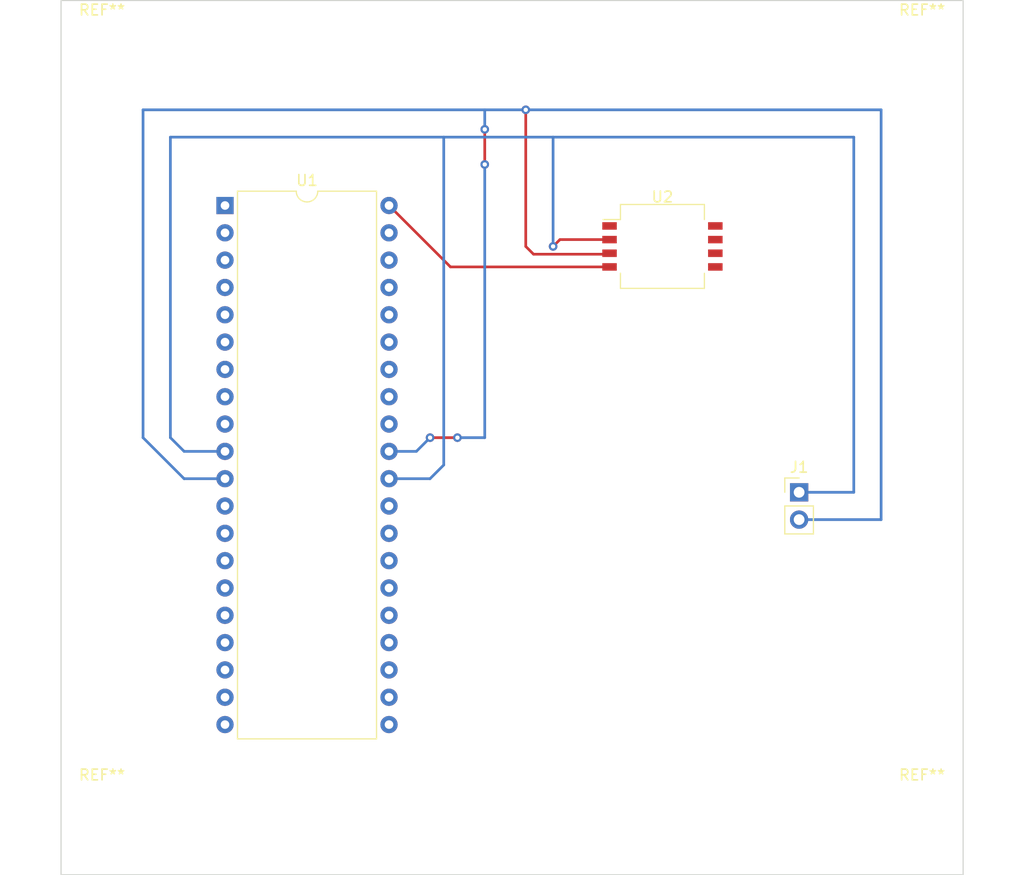
<source format=kicad_pcb>
(kicad_pcb (version 20211014) (generator pcbnew)
  (layers (0 "F.Cu" signal) (31 "B.Cu" signal) (34 "B.Paste" user) (35 "F.Paste" user) (36 "B.SilkS" user "B.Silkscreen") (37 "F.SilkS" user "F.Silkscreen") (38 "B.Mask" user) (39 "F.Mask" user) (44 "Edge.Cuts" user))
  (net 0 "")
  (net 1 "Net-(U2-Pad2)")
  (net 2 "Net-(U2-Pad3)")
  (net 38 "Net-(U2-Pad4)")
  (footprint "MountingHole:MountingHole_3.2mm_M3" (layer "F.Cu") (at 180.34 129.54)
    (fp_text reference "REF**" (at 0 -4.2) (layer "F.SilkS"))
    (fp_text value "MountingHole_3.2mm_M3")
    (pad "" np_thru_hole circle (at 0 0) (size 3.2 3.2) (drill 3.2) (layers *.Cu *.Mask))
  )
  (footprint "MountingHole:MountingHole_3.2mm_M3" (layer "F.Cu") (at 104.14 58.42)
    (fp_text reference "REF**" (at 0 -4.2) (layer "F.SilkS"))
    (fp_text value "MountingHole_3.2mm_M3")
    (pad "" np_thru_hole circle (at 0 0) (size 3.2 3.2) (drill 3.2) (layers *.Cu *.Mask))
  )
  (footprint "Connector_PinHeader_2.54mm:PinHeader_1x02_P2.54mm_Vertical" (layer "F.Cu") (at 168.91 99.06)
    (fp_text reference "J1" (at 0 -2.33) (layer "F.SilkS"))
    (fp_text value "Conn_01x02")
    (fp_line (start -1.33 0) (end -1.33 -1.33) (layer "F.SilkS") (width 0.12))
    (fp_line (start -1.33 1.27) (end -1.33 3.87) (layer "F.SilkS") (width 0.12))
    (fp_line (start -1.33 3.87) (end 1.33 3.87) (layer "F.SilkS") (width 0.12))
    (fp_line (start -1.33 -1.33) (end 0 -1.33) (layer "F.SilkS") (width 0.12))
    (fp_line (start 1.33 1.27) (end 1.33 3.87) (layer "F.SilkS") (width 0.12))
    (fp_line (start -1.33 1.27) (end 1.33 1.27) (layer "F.SilkS") (width 0.12))
    (pad "1" thru_hole rect (at 0 0) (size 1.7 1.7) (drill 1) (layers *.Cu *.Mask) (net 1 "Net-(U2-Pad2)"))
    (pad "2" thru_hole oval (at 0 2.54) (size 1.7 1.7) (drill 1) (layers *.Cu *.Mask) (net 2 "Net-(U2-Pad3)"))
  )
  (footprint "MountingHole:MountingHole_3.2mm_M3" (layer "F.Cu") (at 180.34 58.42)
    (fp_text reference "REF**" (at 0 -4.2) (layer "F.SilkS"))
    (fp_text value "MountingHole_3.2mm_M3")
    (pad "" np_thru_hole circle (at 0 0) (size 3.2 3.2) (drill 3.2) (layers *.Cu *.Mask))
  )
  (footprint "Package_DIP:DIP-40_W15.24mm" (layer "F.Cu") (at 115.565 72.395)
    (fp_text reference "U1" (at 7.62 -2.33) (layer "F.SilkS"))
    (fp_text value "ATmega32-16P")
    (fp_line (start 1.16 -1.33) (end 1.16 49.59) (layer "F.SilkS") (width 0.12))
    (fp_line (start 14.08 49.59) (end 14.08 -1.33) (layer "F.SilkS") (width 0.12))
    (fp_line (start 1.16 49.59) (end 14.08 49.59) (layer "F.SilkS") (width 0.12))
    (fp_line (start 14.08 -1.33) (end 8.62 -1.33) (layer "F.SilkS") (width 0.12))
    (fp_line (start 6.62 -1.33) (end 1.16 -1.33) (layer "F.SilkS") (width 0.12))
    (fp_arc (start 8.62 -1.33) (mid 7.62 -0.33) (end 6.62 -1.33) (layer "F.SilkS") (width 0.12))
    (pad "1" thru_hole rect (at 0 0) (size 1.6 1.6) (drill 0.8) (layers *.Cu *.Mask))
    (pad "2" thru_hole oval (at 0 2.54) (size 1.6 1.6) (drill 0.8) (layers *.Cu *.Mask))
    (pad "3" thru_hole oval (at 0 5.08) (size 1.6 1.6) (drill 0.8) (layers *.Cu *.Mask))
    (pad "4" thru_hole oval (at 0 7.62) (size 1.6 1.6) (drill 0.8) (layers *.Cu *.Mask))
    (pad "5" thru_hole oval (at 0 10.16) (size 1.6 1.6) (drill 0.8) (layers *.Cu *.Mask))
    (pad "6" thru_hole oval (at 0 12.7) (size 1.6 1.6) (drill 0.8) (layers *.Cu *.Mask))
    (pad "7" thru_hole oval (at 0 15.24) (size 1.6 1.6) (drill 0.8) (layers *.Cu *.Mask))
    (pad "8" thru_hole oval (at 0 17.78) (size 1.6 1.6) (drill 0.8) (layers *.Cu *.Mask))
    (pad "9" thru_hole oval (at 0 20.32) (size 1.6 1.6) (drill 0.8) (layers *.Cu *.Mask))
    (pad "10" thru_hole oval (at 0 22.86) (size 1.6 1.6) (drill 0.8) (layers *.Cu *.Mask) (net 1 "Net-(U2-Pad2)"))
    (pad "11" thru_hole oval (at 0 25.4) (size 1.6 1.6) (drill 0.8) (layers *.Cu *.Mask) (net 2 "Net-(U2-Pad3)"))
    (pad "12" thru_hole oval (at 0 27.94) (size 1.6 1.6) (drill 0.8) (layers *.Cu *.Mask))
    (pad "13" thru_hole oval (at 0 30.48) (size 1.6 1.6) (drill 0.8) (layers *.Cu *.Mask))
    (pad "14" thru_hole oval (at 0 33.02) (size 1.6 1.6) (drill 0.8) (layers *.Cu *.Mask))
    (pad "15" thru_hole oval (at 0 35.56) (size 1.6 1.6) (drill 0.8) (layers *.Cu *.Mask))
    (pad "16" thru_hole oval (at 0 38.1) (size 1.6 1.6) (drill 0.8) (layers *.Cu *.Mask))
    (pad "17" thru_hole oval (at 0 40.64) (size 1.6 1.6) (drill 0.8) (layers *.Cu *.Mask))
    (pad "18" thru_hole oval (at 0 43.18) (size 1.6 1.6) (drill 0.8) (layers *.Cu *.Mask))
    (pad "19" thru_hole oval (at 0 45.72) (size 1.6 1.6) (drill 0.8) (layers *.Cu *.Mask))
    (pad "20" thru_hole oval (at 0 48.26) (size 1.6 1.6) (drill 0.8) (layers *.Cu *.Mask))
    (pad "21" thru_hole oval (at 15.24 48.26) (size 1.6 1.6) (drill 0.8) (layers *.Cu *.Mask))
    (pad "22" thru_hole oval (at 15.24 45.72) (size 1.6 1.6) (drill 0.8) (layers *.Cu *.Mask))
    (pad "23" thru_hole oval (at 15.24 43.18) (size 1.6 1.6) (drill 0.8) (layers *.Cu *.Mask))
    (pad "24" thru_hole oval (at 15.24 40.64) (size 1.6 1.6) (drill 0.8) (layers *.Cu *.Mask))
    (pad "25" thru_hole oval (at 15.24 38.1) (size 1.6 1.6) (drill 0.8) (layers *.Cu *.Mask))
    (pad "26" thru_hole oval (at 15.24 35.56) (size 1.6 1.6) (drill 0.8) (layers *.Cu *.Mask))
    (pad "27" thru_hole oval (at 15.24 33.02) (size 1.6 1.6) (drill 0.8) (layers *.Cu *.Mask))
    (pad "28" thru_hole oval (at 15.24 30.48) (size 1.6 1.6) (drill 0.8) (layers *.Cu *.Mask))
    (pad "29" thru_hole oval (at 15.24 27.94) (size 1.6 1.6) (drill 0.8) (layers *.Cu *.Mask))
    (pad "30" thru_hole oval (at 15.24 25.4) (size 1.6 1.6) (drill 0.8) (layers *.Cu *.Mask) (net 1 "Net-(U2-Pad2)"))
    (pad "31" thru_hole oval (at 15.24 22.86) (size 1.6 1.6) (drill 0.8) (layers *.Cu *.Mask) (net 2 "Net-(U2-Pad3)"))
    (pad "32" thru_hole oval (at 15.24 20.32) (size 1.6 1.6) (drill 0.8) (layers *.Cu *.Mask))
    (pad "33" thru_hole oval (at 15.24 17.78) (size 1.6 1.6) (drill 0.8) (layers *.Cu *.Mask))
    (pad "34" thru_hole oval (at 15.24 15.24) (size 1.6 1.6) (drill 0.8) (layers *.Cu *.Mask))
    (pad "35" thru_hole oval (at 15.24 12.7) (size 1.6 1.6) (drill 0.8) (layers *.Cu *.Mask))
    (pad "36" thru_hole oval (at 15.24 10.16) (size 1.6 1.6) (drill 0.8) (layers *.Cu *.Mask))
    (pad "37" thru_hole oval (at 15.24 7.62) (size 1.6 1.6) (drill 0.8) (layers *.Cu *.Mask))
    (pad "38" thru_hole oval (at 15.24 5.08) (size 1.6 1.6) (drill 0.8) (layers *.Cu *.Mask))
    (pad "39" thru_hole oval (at 15.24 2.54) (size 1.6 1.6) (drill 0.8) (layers *.Cu *.Mask))
    (pad "40" thru_hole oval (at 15.24 0) (size 1.6 1.6) (drill 0.8) (layers *.Cu *.Mask) (net 38 "Net-(U2-Pad4)"))
  )
  (footprint "MountingHole:MountingHole_3.2mm_M3" (layer "F.Cu") (at 104.14 129.54)
    (fp_text reference "REF**" (at 0 -4.2) (layer "F.SilkS"))
    (fp_text value "MountingHole_3.2mm_M3")
    (pad "" np_thru_hole circle (at 0 0) (size 3.2 3.2) (drill 3.2) (layers *.Cu *.Mask))
  )
  (footprint "Sensor_Pressure:Freescale_98ARH99066A" (layer "F.Cu") (at 156.21 76.2)
    (fp_text reference "U2" (at 0 -4.6) (layer "F.SilkS"))
    (fp_text value "MPXA6115A")
    (fp_line (start -3.9 -2.5) (end -5.5 -2.5) (layer "F.SilkS") (width 0.12))
    (fp_line (start 3.9 -2.5) (end 3.9 -3.9) (layer "F.SilkS") (width 0.12))
    (fp_line (start -3.9 3.9) (end -3.9 2.5) (layer "F.SilkS") (width 0.12))
    (fp_line (start -3.9 2.5) (end -3.9 2.5) (layer "F.SilkS") (width 0.12))
    (fp_line (start -5.5 -2.5) (end -5.5 -2.5) (layer "F.SilkS") (width 0.12))
    (fp_line (start 3.9 2.5) (end 3.9 3.9) (layer "F.SilkS") (width 0.12))
    (fp_line (start -3.9 -3.9) (end -3.9 -2.5) (layer "F.SilkS") (width 0.12))
    (fp_line (start 3.9 3.9) (end -3.9 3.9) (layer "F.SilkS") (width 0.12))
    (fp_line (start 3.9 -3.9) (end -3.9 -3.9) (layer "F.SilkS") (width 0.12))
    (pad "1" smd rect (at -4.9149 -1.905) (size 1.35 0.7) (layers "F.Cu" "F.Paste" "F.Mask"))
    (pad "2" smd rect (at -4.9149 -0.635) (size 1.35 0.7) (layers "F.Cu" "F.Paste" "F.Mask") (net 1 "Net-(U2-Pad2)"))
    (pad "3" smd rect (at -4.9149 0.635) (size 1.35 0.7) (layers "F.Cu" "F.Paste" "F.Mask") (net 2 "Net-(U2-Pad3)"))
    (pad "4" smd rect (at -4.9149 1.905) (size 1.35 0.7) (layers "F.Cu" "F.Paste" "F.Mask") (net 38 "Net-(U2-Pad4)"))
    (pad "5" smd rect (at 4.9149 1.905) (size 1.35 0.7) (layers "F.Cu" "F.Paste" "F.Mask"))
    (pad "6" smd rect (at 4.9149 0.635) (size 1.35 0.7) (layers "F.Cu" "F.Paste" "F.Mask"))
    (pad "7" smd rect (at 4.9149 -0.635) (size 1.35 0.7) (layers "F.Cu" "F.Paste" "F.Mask"))
    (pad "8" smd rect (at 4.9149 -1.905) (size 1.35 0.7) (layers "F.Cu" "F.Paste" "F.Mask"))
  )
  (gr_rect (start 100.33 53.34) (end 184.15 134.62) (layer "Edge.Cuts") (width 0.1) (fill none))
  (segment (start 146.685 75.565) (end 146.05 76.2) (width 0.25) (layer "F.Cu") (net 1))
  (segment (start 151.2951 75.565) (end 146.685 75.565) (width 0.25) (layer "F.Cu") (net 1))
  (via (at 146.05 76.2) (size 0.8) (drill 0.4) (layers "F.Cu" "B.Cu") (net 1))
  (segment (start 135.89 66.04) (end 135.89 96.52) (width 0.25) (layer "B.Cu") (net 1))
  (segment (start 110.49 93.98) (end 111.765 95.255) (width 0.25) (layer "B.Cu") (net 1))
  (segment (start 134.615 97.795) (end 130.805 97.795) (width 0.25) (layer "B.Cu") (net 1))
  (segment (start 135.89 96.52) (end 134.615 97.795) (width 0.25) (layer "B.Cu") (net 1))
  (segment (start 110.49 66.04) (end 110.49 93.98) (width 0.25) (layer "B.Cu") (net 1))
  (segment (start 135.89 66.04) (end 110.49 66.04) (width 0.25) (layer "B.Cu") (net 1))
  (segment (start 173.99 66.04) (end 146.05 66.04) (width 0.25) (layer "B.Cu") (net 1))
  (segment (start 173.99 99.06) (end 173.99 66.04) (width 0.25) (layer "B.Cu") (net 1))
  (segment (start 146.05 66.04) (end 135.89 66.04) (width 0.25) (layer "B.Cu") (net 1))
  (segment (start 168.91 99.06) (end 173.99 99.06) (width 0.25) (layer "B.Cu") (net 1))
  (segment (start 146.05 66.04) (end 146.05 76.2) (width 0.25) (layer "B.Cu") (net 1))
  (segment (start 111.765 95.255) (end 115.565 95.255) (width 0.25) (layer "B.Cu") (net 1))
  (segment (start 143.51 63.5) (end 143.51 76.2) (width 0.25) (layer "F.Cu") (net 2))
  (segment (start 144.234511 76.924511) (end 151.205589 76.924511) (width 0.25) (layer "F.Cu") (net 2))
  (segment (start 151.205589 76.924511) (end 151.2951 76.835) (width 0.25) (layer "F.Cu") (net 2))
  (segment (start 139.7 65.3155) (end 139.7 68.58) (width 0.25) (layer "F.Cu") (net 2))
  (segment (start 137.16 93.98) (end 134.62 93.98) (width 0.25) (layer "F.Cu") (net 2))
  (segment (start 143.51 76.2) (end 144.234511 76.924511) (width 0.25) (layer "F.Cu") (net 2))
  (via (at 143.51 63.5) (size 0.8) (drill 0.4) (layers "F.Cu" "B.Cu") (net 2))
  (via (at 134.62 93.98) (size 0.8) (drill 0.4) (layers "F.Cu" "B.Cu") (net 2))
  (via (at 137.16 93.98) (size 0.8) (drill 0.4) (layers "F.Cu" "B.Cu") (net 2))
  (via (at 139.7 68.58) (size 0.8) (drill 0.4) (layers "F.Cu" "B.Cu") (net 2))
  (via (at 139.7 65.3155) (size 0.8) (drill 0.4) (layers "F.Cu" "B.Cu") (net 2))
  (segment (start 176.53 101.6) (end 176.53 63.5) (width 0.25) (layer "B.Cu") (net 2))
  (segment (start 107.95 63.5) (end 107.95 93.98) (width 0.25) (layer "B.Cu") (net 2))
  (segment (start 139.7 63.5) (end 107.95 63.5) (width 0.25) (layer "B.Cu") (net 2))
  (segment (start 107.95 93.98) (end 111.765 97.795) (width 0.25) (layer "B.Cu") (net 2))
  (segment (start 133.345 95.255) (end 130.805 95.255) (width 0.25) (layer "B.Cu") (net 2))
  (segment (start 143.51 63.5) (end 139.7 63.5) (width 0.25) (layer "B.Cu") (net 2))
  (segment (start 139.7 68.58) (end 139.7 93.98) (width 0.25) (layer "B.Cu") (net 2))
  (segment (start 139.7 63.5) (end 139.7 65.3155) (width 0.25) (layer "B.Cu") (net 2))
  (segment (start 139.7 93.98) (end 137.16 93.98) (width 0.25) (layer "B.Cu") (net 2))
  (segment (start 134.62 93.98) (end 133.345 95.255) (width 0.25) (layer "B.Cu") (net 2))
  (segment (start 111.765 97.795) (end 115.565 97.795) (width 0.25) (layer "B.Cu") (net 2))
  (segment (start 168.91 101.6) (end 176.53 101.6) (width 0.25) (layer "B.Cu") (net 2))
  (segment (start 176.53 63.5) (end 143.51 63.5) (width 0.25) (layer "B.Cu") (net 2))
  (segment (start 136.515 78.105) (end 130.805 72.395) (width 0.25) (layer "F.Cu") (net 38))
  (segment (start 151.2951 78.105) (end 136.515 78.105) (width 0.25) (layer "F.Cu") (net 38))
)
</source>
